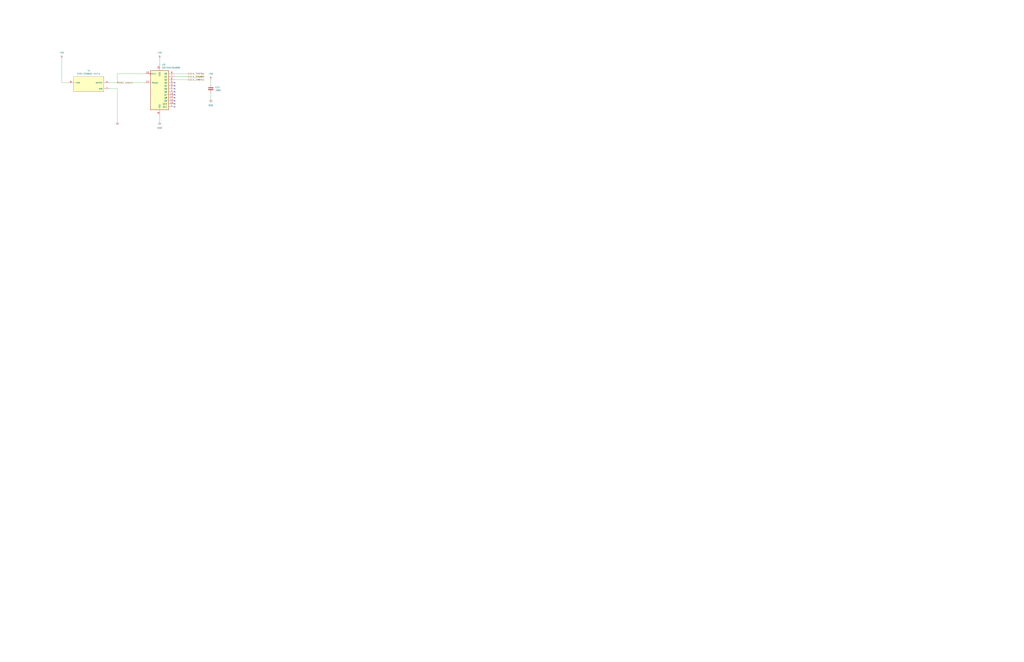
<source format=kicad_sch>
(kicad_sch (version 20250114) (generator "eeschema") (generator_version "9.0")
  (paper "D")
  (title_block (title "Baud Rate Generator") (date "2026-02-02") (rev "0.1"))
  (lib_symbols
    (symbol "4xxx:4040" (pin_names (offset 1.016))
      (property "Reference" "U" (at -7.62 16.51 0))
      (property "Value" "4040" (at -7.62 -19.05 0))
      (symbol "4040_1_0"
        (pin input inverted_clock (at -12.7 12.7 0) (length 5.08) (name "CLK") (number "10"))
        (pin input line (at -12.7 5.08 0) (length 5.08) (name "Reset") (number "11"))
        (pin power_in line (at 0 20.32 270) (length 5.08) (name "VDD") (number "16"))
        (pin power_in line (at 0 -22.86 90) (length 5.08) (name "VSS") (number "8"))
        (pin output line (at 12.7 12.7 180) (length 5.08) (name "Q0") (number "9"))
        (pin output line (at 12.7 10.16 180) (length 5.08) (name "Q1") (number "7"))
        (pin output line (at 12.7 7.62 180) (length 5.08) (name "Q2") (number "6"))
        (pin output line (at 12.7 5.08 180) (length 5.08) (name "Q3") (number "5"))
        (pin output line (at 12.7 2.54 180) (length 5.08) (name "Q4") (number "3"))
        (pin output line (at 12.7 0 180) (length 5.08) (name "Q5") (number "2"))
        (pin output line (at 12.7 -2.54 180) (length 5.08) (name "Q6") (number "4"))
        (pin output line (at 12.7 -5.08 180) (length 5.08) (name "Q7") (number "13"))
        (pin output line (at 12.7 -7.62 180) (length 5.08) (name "Q8") (number "12"))
        (pin output line (at 12.7 -10.16 180) (length 5.08) (name "Q9") (number "14"))
        (pin output line (at 12.7 -12.7 180) (length 5.08) (name "Q10") (number "15"))
        (pin output line (at 12.7 -15.24 180) (length 5.08) (name "Q11") (number "1"))
      )
      (symbol "4040_1_1"
        (rectangle (start -7.62 15.24) (end 7.62 -17.78) (stroke (width 0.254)) (fill (type background)))
      )
    )
    (symbol "Device:C" (pin_numbers (hide yes)) (pin_names (offset 0.254))
      (property "Reference" "C" (at 0.635 2.54 0))
      (property "Value" "C" (at 0.635 -2.54 0))
      (symbol "C_0_1"
        (polyline (pts (xy -2.032 0.762) (xy 2.032 0.762)) (stroke (width 0.508)))
        (polyline (pts (xy -2.032 -0.762) (xy 2.032 -0.762)) (stroke (width 0.508)))
      )
      (symbol "C_1_1"
        (pin passive line (at 0 3.81 270) (length 2.794) (name "~") (number "1"))
        (pin passive line (at 0 -3.81 90) (length 2.794) (name "~") (number "2"))
      )
    )
    (symbol "ECS-2100AX-147.4:ECS-2100AX-147.4" (pin_names (offset 1.016))
      (property "Reference" "Y" (at -12.7379 5.6047 0))
      (property "Value" "ECS-2100AX-147.4" (at -12.7434 -10.1947 0))
      (symbol "ECS-2100AX-147.4_0_0"
        (rectangle (start -12.7 -7.62) (end 12.7 5.08) (stroke (width 0.127)) (fill (type background)))
        (pin input line (at -17.78 0 0) (length 5.08) (name "+VDC") (number "8"))
        (pin output line (at 17.78 0 180) (length 5.08) (name "OUTPUT") (number "5"))
        (pin power_in line (at 17.78 -5.08 180) (length 5.08) (name "GND") (number "4"))
      )
    )
    (symbol "power:+5V" (power) (pin_numbers (hide yes)) (pin_names (offset 0) (hide yes))
      (property "Value" "+5V" (at 0 3.556 0))
      (symbol "+5V_0_1"
        (polyline (pts (xy -0.762 1.27) (xy 0 2.54)))
        (polyline (pts (xy 0 2.54) (xy 0.762 1.27)))
        (polyline (pts (xy 0 0) (xy 0 2.54)))
      )
      (symbol "+5V_1_1"
        (pin power_in line (at 0 0 90) (length 0) (name "~") (number "1"))
      )
    )
    (symbol "power:GND" (power) (pin_numbers (hide yes)) (pin_names (offset 0) (hide yes))
      (property "Value" "GND" (at 0 -3.81 0))
      (symbol "GND_0_1"
        (polyline (pts (xy 0 0) (xy 0 -1.27) (xy 1.27 -1.27) (xy 0 -2.54) (xy -1.27 -1.27) (xy 0 -1.27)))
      )
      (symbol "GND_1_1"
        (pin power_in line (at 0 0 270) (length 0) (name "~") (number "1"))
      )
    )
  )
  (no_connect (at 147.32 77.47))
  (no_connect (at 147.32 90.17))
  (no_connect (at 147.32 74.93))
  (no_connect (at 147.32 87.63))
  (no_connect (at 147.32 85.09))
  (no_connect (at 147.32 80.01))
  (no_connect (at 147.32 69.85))
  (no_connect (at 147.32 82.55))
  (no_connect (at 147.32 72.39))
  (wire (pts (xy 147.32 64.77) (xy 158.75 64.77)))
  (wire (pts (xy 92.71 69.85) (xy 99.06 69.85)))
  (wire (pts (xy 177.8 78.74) (xy 177.8 83.82)))
  (wire (pts (xy 99.06 69.85) (xy 99.06 62.23)))
  (wire (pts (xy 147.32 67.31) (xy 158.75 67.31)))
  (wire (pts (xy 99.06 74.93) (xy 99.06 102.87)))
  (wire (pts (xy 52.07 49.53) (xy 52.07 69.85)))
  (wire (pts (xy 121.92 69.85) (xy 111.76 69.85)))
  (wire (pts (xy 177.8 67.31) (xy 177.8 71.12)))
  (wire (pts (xy 57.15 69.85) (xy 52.07 69.85)))
  (wire (pts (xy 92.71 74.93) (xy 99.06 74.93)))
  (wire (pts (xy 99.06 62.23) (xy 121.92 62.23)))
  (wire (pts (xy 147.32 62.23) (xy 158.75 62.23)))
  (wire (pts (xy 134.62 97.79) (xy 134.62 102.87)))
  (wire (pts (xy 134.62 49.53) (xy 134.62 54.61)))
  (hierarchical_label "CLK_1M8441" (shape output) (at 158.75 67.31 0))
  (hierarchical_label "CLK_7M3764" (shape output) (at 158.75 62.23 0))
  (hierarchical_label "CLK_3M6882" (shape output) (at 158.75 64.77 0))
  (hierarchical_label "RESET_HIGH" (shape input) (at 111.76 69.85 180))
  (symbol (lib_id "power:GND") (at 99.06 102.87 0) (unit 1)
    (property "Reference" "#PWR035" (effects (hide yes)))
    (property "Value" "GND" (effects (hide yes)))
    (property "Description" "Power symbol creates a global label with name \"GND\" , ground" (effects (hide yes)))
  )
  (symbol (lib_id "ECS-2100AX-147.4:ECS-2100AX-147.4") (at 74.93 69.85 0) (unit 1)
    (property "Reference" "Y1" (at 74.93 59.69 0))
    (property "Value" "ECS-2100AX-147.4" (at 74.93 62.23 0))
    (property "Footprint" "Footprints:OSC_ECS-2100AX-147.4" (effects (hide yes)))
    (property "PARTREV" "N/A" (effects (hide yes)))
    (property "STANDARD" "Manufacturer Recommendation" (effects (hide yes)))
    (property "MANUFACTURER" "ECS Inc." (effects (hide yes)))
    (property "MANUFACTURER_PART_NUMBER" "ECS-2100AX-147.4" (effects (hide yes)))
  )
  (symbol (lib_id "power:+5V") (at 134.62 49.53 0) (unit 1)
    (property "Reference" "#PWR032" (effects (hide yes)))
    (property "Value" "+5V" (at 134.62 44.45 0))
    (property "Description" "Power symbol creates a global label with name \"+5V\"" (effects (hide yes)))
  )
  (symbol (lib_id "power:GND") (at 177.8 83.82 0) (unit 1)
    (property "Reference" "#PWR034" (effects (hide yes)))
    (property "Value" "GND" (at 177.8 88.9 0))
    (property "Description" "Power symbol creates a global label with name \"GND\" , ground" (effects (hide yes)))
  )
  (symbol (lib_id "Device:C") (at 177.8 74.93 0) (unit 1)
    (property "Reference" "C11" (at 181.61 73.6599 0) (effects (justify left)))
    (property "Value" "100n" (at 181.61 76.1999 0) (effects (justify left)))
    (property "Footprint" "Capacitor_SMD:C_0603_1608Metric" (effects (hide yes)))
    (property "Description" "Unpolarized capacitor" (effects (hide yes)))
    (property "MANUFACTURER_PART_NUMBER" "C0603C104K5RACTU" (effects (hide yes)))
  )
  (symbol (lib_id "power:+5V") (at 177.8 67.31 0) (unit 1)
    (property "Reference" "#PWR033" (effects (hide yes)))
    (property "Value" "+5V" (at 177.8 62.23 0))
    (property "Description" "Power symbol creates a global label with name \"+5V\"" (effects (hide yes)))
  )
  (symbol (lib_id "power:+5V") (at 52.07 49.53 0) (unit 1)
    (property "Reference" "#PWR031" (effects (hide yes)))
    (property "Value" "+5V" (at 52.07 44.45 0))
    (property "Description" "Power symbol creates a global label with name \"+5V\"" (effects (hide yes)))
  )
  (symbol (lib_id "4xxx:4040") (at 134.62 74.93 0) (unit 1)
    (property "Reference" "U3" (at 136.7633 54.61 0) (effects (justify left)))
    (property "Value" "SN74HC4040DR" (at 136.7633 57.15 0) (effects (justify left)))
    (property "Footprint" "Package_SO:SO-16_3.9x9.9mm_P1.27mm" (effects (hide yes)))
    (property "Datasheet" "http://www.intersil.com/content/dam/Intersil/documents/cd40/cd4020bms-24bms-40bms.pdf" (effects (hide yes)))
    (property "Description" "Binary Counter 12 stages (Asynchronous)" (effects (hide yes)))
    (property "MANUFACTURER_PART_NUMBER" "SN74HC4040DR" (effects (hide yes)))
  )
  (symbol (lib_id "power:GND") (at 134.62 102.87 0) (unit 1)
    (property "Reference" "#PWR036" (effects (hide yes)))
    (property "Value" "GND" (at 134.62 107.95 0))
    (property "Description" "Power symbol creates a global label with name \"GND\" , ground" (effects (hide yes)))
  )
)
</source>
